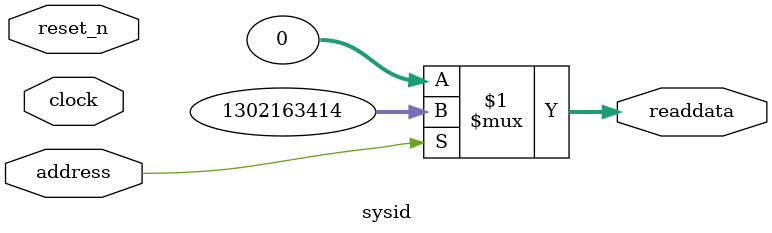
<source format=v>

`timescale 1ns / 1ps
// synthesis translate_on

// turn off superfluous verilog processor warnings 
// altera message_level Level1 
// altera message_off 10034 10035 10036 10037 10230 10240 10030 

module sysid (
               // inputs:
                address,
                clock,
                reset_n,

               // outputs:
                readdata
             )
;

  output  [ 31: 0] readdata;
  input            address;
  input            clock;
  input            reset_n;

  wire    [ 31: 0] readdata;
  //control_slave, which is an e_avalon_slave
  assign readdata = address ? 1302163414 : 0;

endmodule


</source>
